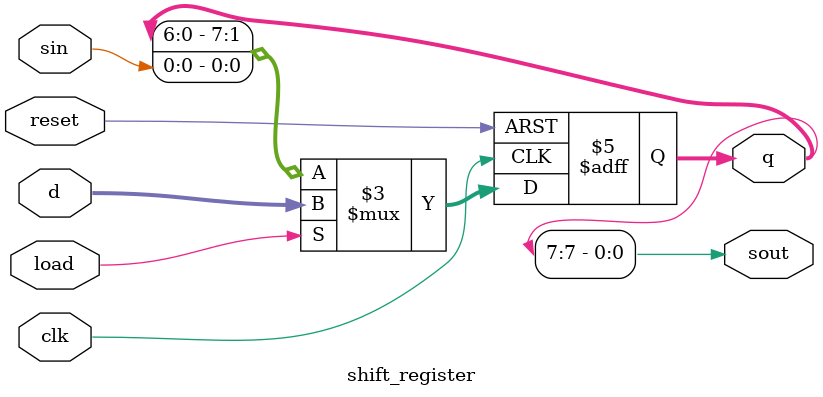
<source format=sv>
`timescale 1ns / 1ps


module shift_register #(parameter N = 8)
        (input logic clk,
        input logic reset, load,
        input logic sin,
        input logic [N-1:0] d,
        output logic [N-1:0] q,
        output logic sout);
        
always_ff @(posedge clk, posedge reset)

    if (reset) q <= 0;
    else if (load) q <= d;
    else q <= {q[N-2:0], sin};

    assign sout = q[N-1];
endmodule
</source>
